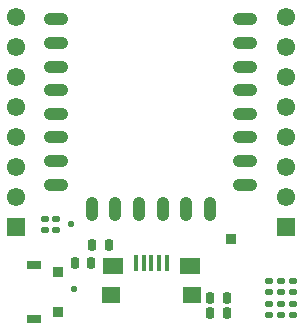
<source format=gts>
G04*
G04 #@! TF.GenerationSoftware,Altium Limited,Altium Designer,19.1.9 (167)*
G04*
G04 Layer_Color=8388736*
%FSLAX24Y24*%
%MOIN*%
G70*
G01*
G75*
%ADD13C,0.0217*%
G04:AMPARAMS|DCode=14|XSize=25.6mil|YSize=19.7mil|CornerRadius=5.4mil|HoleSize=0mil|Usage=FLASHONLY|Rotation=0.000|XOffset=0mil|YOffset=0mil|HoleType=Round|Shape=RoundedRectangle|*
%AMROUNDEDRECTD14*
21,1,0.0256,0.0089,0,0,0.0*
21,1,0.0148,0.0197,0,0,0.0*
1,1,0.0108,0.0074,-0.0044*
1,1,0.0108,-0.0074,-0.0044*
1,1,0.0108,-0.0074,0.0044*
1,1,0.0108,0.0074,0.0044*
%
%ADD14ROUNDEDRECTD14*%
%ADD15R,0.0335X0.0335*%
%ADD16O,0.0807X0.0413*%
%ADD17O,0.0413X0.0807*%
%ADD18R,0.0492X0.0256*%
%ADD19R,0.0335X0.0374*%
G04:AMPARAMS|DCode=20|XSize=27.6mil|YSize=21.7mil|CornerRadius=6.4mil|HoleSize=0mil|Usage=FLASHONLY|Rotation=0.000|XOffset=0mil|YOffset=0mil|HoleType=Round|Shape=RoundedRectangle|*
%AMROUNDEDRECTD20*
21,1,0.0276,0.0089,0,0,0.0*
21,1,0.0148,0.0217,0,0,0.0*
1,1,0.0128,0.0074,-0.0044*
1,1,0.0128,-0.0074,-0.0044*
1,1,0.0128,-0.0074,0.0044*
1,1,0.0128,0.0074,0.0044*
%
%ADD20ROUNDEDRECTD20*%
G04:AMPARAMS|DCode=21|XSize=37.4mil|YSize=29.5mil|CornerRadius=7.9mil|HoleSize=0mil|Usage=FLASHONLY|Rotation=90.000|XOffset=0mil|YOffset=0mil|HoleType=Round|Shape=RoundedRectangle|*
%AMROUNDEDRECTD21*
21,1,0.0374,0.0138,0,0,90.0*
21,1,0.0217,0.0295,0,0,90.0*
1,1,0.0157,0.0069,0.0108*
1,1,0.0157,0.0069,-0.0108*
1,1,0.0157,-0.0069,-0.0108*
1,1,0.0157,-0.0069,0.0108*
%
%ADD21ROUNDEDRECTD21*%
%ADD22R,0.0177X0.0551*%
%ADD23R,0.0591X0.0531*%
%ADD24R,0.0650X0.0571*%
%ADD25C,0.0059*%
%ADD26C,0.0020*%
%ADD27C,0.0610*%
%ADD28R,0.0610X0.0610*%
D13*
X2461Y1280D02*
D03*
X2362Y3445D02*
D03*
D14*
X1476Y3268D02*
D03*
Y3622D02*
D03*
X1870D02*
D03*
Y3268D02*
D03*
X9744Y1201D02*
D03*
Y1555D02*
D03*
X9350Y1201D02*
D03*
Y1555D02*
D03*
X8957Y1201D02*
D03*
Y1555D02*
D03*
D15*
X7677Y2953D02*
D03*
D16*
X8169Y10276D02*
D03*
Y9488D02*
D03*
Y8701D02*
D03*
Y7913D02*
D03*
Y7126D02*
D03*
Y6339D02*
D03*
Y5551D02*
D03*
Y4764D02*
D03*
X1870D02*
D03*
Y5551D02*
D03*
Y6339D02*
D03*
Y7126D02*
D03*
Y7913D02*
D03*
Y8701D02*
D03*
Y9488D02*
D03*
Y10276D02*
D03*
D17*
X6988Y3937D02*
D03*
X6201D02*
D03*
X5413D02*
D03*
X4626D02*
D03*
X3839D02*
D03*
X3051D02*
D03*
D18*
X1142Y2087D02*
D03*
Y276D02*
D03*
D19*
X1929Y512D02*
D03*
Y1850D02*
D03*
D20*
X9744Y413D02*
D03*
Y769D02*
D03*
X8957Y413D02*
D03*
Y769D02*
D03*
X9350Y413D02*
D03*
Y769D02*
D03*
D21*
X2480Y2165D02*
D03*
X3031D02*
D03*
X3071Y2756D02*
D03*
X3622D02*
D03*
X7559Y492D02*
D03*
X7008D02*
D03*
Y984D02*
D03*
X7559D02*
D03*
D22*
X5551Y2146D02*
D03*
X5295D02*
D03*
X5039D02*
D03*
X4783D02*
D03*
X4528D02*
D03*
D23*
X3701Y1083D02*
D03*
X6378D02*
D03*
D24*
X3760Y2067D02*
D03*
X6319D02*
D03*
D25*
X1378Y846D02*
D03*
Y1516D02*
D03*
D26*
X5827Y1929D02*
D03*
X4252D02*
D03*
D27*
X539Y8354D02*
D03*
Y4354D02*
D03*
Y5354D02*
D03*
Y6354D02*
D03*
Y7354D02*
D03*
Y9354D02*
D03*
Y10354D02*
D03*
X9539Y8354D02*
D03*
Y4354D02*
D03*
Y5354D02*
D03*
Y6354D02*
D03*
Y7354D02*
D03*
Y9354D02*
D03*
Y10354D02*
D03*
D28*
X539Y3354D02*
D03*
X9539D02*
D03*
M02*

</source>
